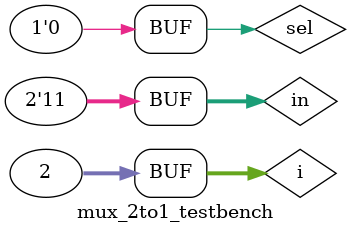
<source format=sv>
`timescale 1ps/1ps

module mux_2to1(in, sel, out);
	input logic [1:0] in;
	input logic sel;
	output logic out;
	
	logic notSel, seland1, notSelandZero;
	inverter invsel (.in(sel), .out(notSel));
	and_gate_2_inputs and0 (.a(notSel), .b(in[0]), .out(notSelandZero));
	and_gate_2_inputs and1 (.a(sel), .b(in[1]), .out(seland1));
	or_gate_2_inputs outgate (.a(seland1), .b(notSelandZero), .out);
	
endmodule 

module mux_2to1_testbench();
	logic [1:0] in;
	logic sel, out;
	
	mux_2to1 dut (.in, .sel, .out);
	
	integer i;
	initial begin
		sel = 0;
		for (i = 0; i < 2; i++) begin
			in = 2'b00; #200;
			in = 2'b01; #200;
			in = 2'b10; #200;
			in = 2'b11; #200;
			sel = ~sel; #200;
		end
	end
	
endmodule 
</source>
